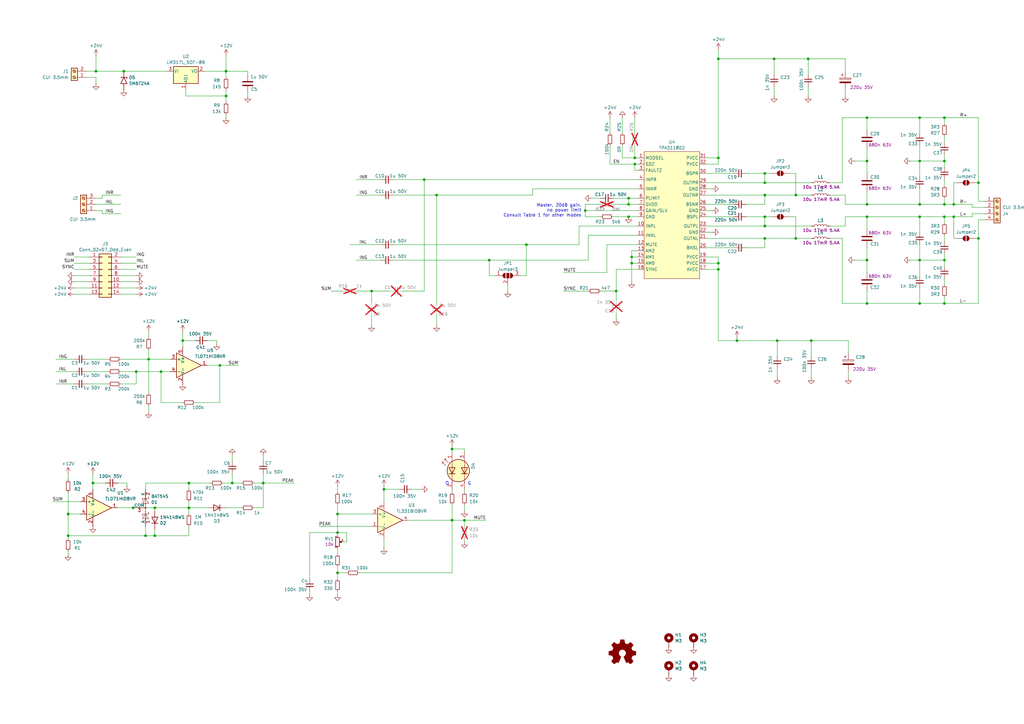
<source format=kicad_sch>
(kicad_sch (version 20231120) (generator "eeschema") (generator_version "8.0")
  (paper "A3")
  (title_block (date "2025-03-08") (company "mctom"))
  (junction (at 401.32 74.93))
  (junction (at 259.08 105.41))
  (junction (at 331.47 24.13))
  (junction (at 77.47 208.28))
  (junction (at 313.69 92.71))
  (junction (at 377.19 88.9))
  (junction (at 259.08 107.95))
  (junction (at 157.48 200.66))
  (junction (at 377.19 106.68))
  (junction (at 240.03 86.36))
  (junction (at 318.77 139.7))
  (junction (at 326.39 97.79))
  (junction (at 387.35 106.68))
  (junction (at 313.69 97.79))
  (junction (at 63.5 219.71))
  (junction (at 27.94 210.82))
  (junction (at 185.42 213.36))
  (junction (at 54.61 208.28))
  (junction (at 257.81 81.28))
  (junction (at 391.16 88.9))
  (junction (at 355.6 83.82))
  (junction (at 387.35 83.82))
  (junction (at 387.35 66.04))
  (junction (at 179.07 80.01))
  (junction (at 294.64 64.77))
  (junction (at 377.19 124.46))
  (junction (at 173.99 73.66))
  (junction (at 326.39 80.01))
  (junction (at 39.37 29.21))
  (junction (at 60.96 147.32))
  (junction (at 92.71 29.21))
  (junction (at 95.25 198.12))
  (junction (at 355.6 124.46))
  (junction (at 294.64 24.13))
  (junction (at 138.43 210.82))
  (junction (at 332.74 139.7))
  (junction (at 66.04 152.4))
  (junction (at 90.17 149.86))
  (junction (at 260.35 64.77))
  (junction (at 387.35 88.9))
  (junction (at 355.6 88.9))
  (junction (at 313.69 71.12))
  (junction (at 185.42 184.15))
  (junction (at 377.19 83.82))
  (junction (at 377.19 66.04))
  (junction (at 257.81 83.82))
  (junction (at 59.69 219.71))
  (junction (at 55.88 152.4))
  (junction (at 200.66 106.68))
  (junction (at 257.81 88.9))
  (junction (at 50.8 29.21))
  (junction (at 387.35 48.26))
  (junction (at 391.16 83.82))
  (junction (at 215.9 100.33))
  (junction (at 317.5 24.13))
  (junction (at 260.35 67.31))
  (junction (at 387.35 124.46))
  (junction (at 294.64 110.49))
  (junction (at 313.69 74.93))
  (junction (at 355.6 106.68))
  (junction (at 138.43 218.44))
  (junction (at 355.6 66.04))
  (junction (at 355.6 48.26))
  (junction (at 27.94 219.71))
  (junction (at 107.95 198.12))
  (junction (at 252.73 119.38))
  (junction (at 302.26 139.7))
  (junction (at 63.5 208.28))
  (junction (at 294.64 107.95))
  (junction (at 190.5 213.36))
  (junction (at 401.32 97.79))
  (junction (at 152.4 119.38))
  (junction (at 138.43 234.95))
  (junction (at 74.93 139.7))
  (junction (at 77.47 198.12))
  (junction (at 377.19 48.26))
  (junction (at 38.1 198.12))
  (junction (at 92.71 39.37))
  (junction (at 313.69 80.01))
  (junction (at 313.69 88.9))
  (wire (pts (xy 27.94 210.82) (xy 27.94 201.93)))
  (wire (pts (xy 68.58 29.21) (xy 50.8 29.21)))
  (wire (pts (xy 41.91 86.36) (xy 41.91 87.63)))
  (wire (pts (xy 63.5 219.71) (xy 63.5 217.17)))
  (wire (pts (xy 179.07 80.01) (xy 179.07 124.46)))
  (wire (pts (xy 208.28 116.84) (xy 208.28 119.38)))
  (wire (pts (xy 355.6 83.82) (xy 377.19 83.82)))
  (wire (pts (xy 313.69 88.9) (xy 316.23 88.9)))
  (wire (pts (xy 400.05 74.93) (xy 401.32 74.93)))
  (wire (pts (xy 346.71 36.83) (xy 346.71 39.37)))
  (wire (pts (xy 355.6 101.6) (xy 355.6 106.68)))
  (wire (pts (xy 391.16 74.93) (xy 391.16 83.82)))
  (wire (pts (xy 373.38 66.04) (xy 377.19 66.04)))
  (wire (pts (xy 30.48 118.11) (xy 36.83 118.11)))
  (wire (pts (xy 36.83 113.03) (xy 30.48 113.03)))
  (wire (pts (xy 346.71 88.9) (xy 355.6 88.9)))
  (wire (pts (xy 38.1 200.66) (xy 38.1 198.12)))
  (wire (pts (xy 355.6 60.96) (xy 355.6 66.04)))
  (wire (pts (xy 317.5 24.13) (xy 317.5 30.48)))
  (wire (pts (xy 318.77 139.7) (xy 318.77 146.05)))
  (wire (pts (xy 190.5 220.98) (xy 190.5 222.25)))
  (wire (pts (xy 161.29 100.33) (xy 215.9 100.33)))
  (wire (pts (xy 138.43 210.82) (xy 152.4 210.82)))
  (wire (pts (xy 152.4 215.9) (xy 130.81 215.9)))
  (wire (pts (xy 140.97 222.25) (xy 142.24 222.25)))
  (wire (pts (xy 251.46 83.82) (xy 257.81 83.82)))
  (wire (pts (xy 74.93 142.24) (xy 74.93 139.7)))
  (wire (pts (xy 63.5 219.71) (xy 77.47 219.71)))
  (wire (pts (xy 252.73 128.27) (xy 252.73 130.81)))
  (wire (pts (xy 63.5 209.55) (xy 63.5 208.28)))
  (wire (pts (xy 240.03 88.9) (xy 240.03 86.36)))
  (wire (pts (xy 242.57 81.28) (xy 246.38 81.28)))
  (wire (pts (xy 27.94 210.82) (xy 33.02 210.82)))
  (wire (pts (xy 215.9 100.33) (xy 215.9 113.03)))
  (wire (pts (xy 355.6 48.26) (xy 355.6 53.34)))
  (wire (pts (xy 92.71 39.37) (xy 92.71 41.91)))
  (wire (pts (xy 257.81 83.82) (xy 261.62 83.82)))
  (wire (pts (xy 289.56 80.01) (xy 313.69 80.01)))
  (wire (pts (xy 331.47 24.13) (xy 346.71 24.13)))
  (wire (pts (xy 255.27 59.69) (xy 255.27 64.77)))
  (wire (pts (xy 294.64 110.49) (xy 294.64 139.7)))
  (wire (pts (xy 200.66 106.68) (xy 241.3 106.68)))
  (wire (pts (xy 104.14 208.28) (xy 107.95 208.28)))
  (wire (pts (xy 80.01 165.1) (xy 90.17 165.1)))
  (wire (pts (xy 289.56 86.36) (xy 292.1 86.36)))
  (wire (pts (xy 55.88 118.11) (xy 49.53 118.11)))
  (wire (pts (xy 331.47 24.13) (xy 331.47 30.48)))
  (wire (pts (xy 289.56 88.9) (xy 300.99 88.9)))
  (wire (pts (xy 76.2 39.37) (xy 92.71 39.37)))
  (wire (pts (xy 190.5 200.66) (xy 190.5 201.93)))
  (wire (pts (xy 392.43 97.79) (xy 391.16 97.79)))
  (wire (pts (xy 387.35 104.14) (xy 387.35 106.68)))
  (wire (pts (xy 387.35 121.92) (xy 387.35 124.46)))
  (wire (pts (xy 373.38 106.68) (xy 377.19 106.68)))
  (wire (pts (xy 255.27 48.26) (xy 255.27 54.61)))
  (wire (pts (xy 55.88 120.65) (xy 49.53 120.65)))
  (wire (pts (xy 80.01 139.7) (xy 74.93 139.7)))
  (wire (pts (xy 345.44 97.79) (xy 345.44 124.46)))
  (wire (pts (xy 138.43 224.79) (xy 138.43 227.33)))
  (wire (pts (xy 289.56 64.77) (xy 294.64 64.77)))
  (wire (pts (xy 107.95 189.23) (xy 107.95 186.69)))
  (wire (pts (xy 294.64 139.7) (xy 302.26 139.7)))
  (wire (pts (xy 30.48 107.95) (xy 36.83 107.95)))
  (wire (pts (xy 313.69 74.93) (xy 313.69 71.12)))
  (wire (pts (xy 347.98 152.4) (xy 347.98 154.94)))
  (wire (pts (xy 39.37 86.36) (xy 41.91 86.36)))
  (wire (pts (xy 260.35 64.77) (xy 261.62 64.77)))
  (wire (pts (xy 168.91 200.66) (xy 172.72 200.66)))
  (wire (pts (xy 74.93 139.7) (xy 74.93 135.89)))
  (wire (pts (xy 152.4 124.46) (xy 152.4 119.38)))
  (wire (pts (xy 403.86 82.55) (xy 401.32 82.55)))
  (wire (pts (xy 60.96 161.29) (xy 60.96 147.32)))
  (wire (pts (xy 377.19 88.9) (xy 377.19 95.25)))
  (wire (pts (xy 49.53 157.48) (xy 55.88 157.48)))
  (wire (pts (xy 289.56 67.31) (xy 294.64 67.31)))
  (wire (pts (xy 60.96 168.91) (xy 60.96 166.37)))
  (wire (pts (xy 49.53 147.32) (xy 60.96 147.32)))
  (wire (pts (xy 401.32 82.55) (xy 401.32 74.93)))
  (wire (pts (xy 313.69 74.93) (xy 332.74 74.93)))
  (wire (pts (xy 190.5 207.01) (xy 190.5 209.55)))
  (wire (pts (xy 152.4 119.38) (xy 160.02 119.38)))
  (wire (pts (xy 218.44 80.01) (xy 218.44 77.47)))
  (wire (pts (xy 237.49 92.71) (xy 261.62 92.71)))
  (wire (pts (xy 250.19 48.26) (xy 250.19 54.61)))
  (wire (pts (xy 95.25 198.12) (xy 99.06 198.12)))
  (wire (pts (xy 138.43 234.95) (xy 138.43 237.49)))
  (wire (pts (xy 179.07 129.54) (xy 179.07 133.35)))
  (wire (pts (xy 260.35 67.31) (xy 261.62 67.31)))
  (wire (pts (xy 35.56 29.21) (xy 39.37 29.21)))
  (wire (pts (xy 294.64 24.13) (xy 317.5 24.13)))
  (wire (pts (xy 355.6 83.82) (xy 355.6 78.74)))
  (wire (pts (xy 313.69 92.71) (xy 313.69 88.9)))
  (wire (pts (xy 146.05 106.68) (xy 156.21 106.68)))
  (wire (pts (xy 251.46 88.9) (xy 257.81 88.9)))
  (wire (pts (xy 350.52 106.68) (xy 355.6 106.68)))
  (wire (pts (xy 294.64 67.31) (xy 294.64 64.77)))
  (wire (pts (xy 179.07 80.01) (xy 218.44 80.01)))
  (wire (pts (xy 355.6 88.9) (xy 355.6 93.98)))
  (wire (pts (xy 294.64 64.77) (xy 294.64 24.13)))
  (wire (pts (xy 326.39 71.12) (xy 326.39 80.01)))
  (wire (pts (xy 355.6 124.46) (xy 377.19 124.46)))
  (wire (pts (xy 138.43 232.41) (xy 138.43 234.95)))
  (wire (pts (xy 77.47 210.82) (xy 77.47 208.28)))
  (wire (pts (xy 345.44 74.93) (xy 345.44 48.26)))
  (wire (pts (xy 101.6 38.1) (xy 101.6 39.37)))
  (wire (pts (xy 289.56 83.82) (xy 300.99 83.82)))
  (wire (pts (xy 332.74 139.7) (xy 347.98 139.7)))
  (wire (pts (xy 240.03 83.82) (xy 246.38 83.82)))
  (wire (pts (xy 387.35 48.26) (xy 401.32 48.26)))
  (wire (pts (xy 60.96 147.32) (xy 69.85 147.32)))
  (wire (pts (xy 59.69 198.12) (xy 77.47 198.12)))
  (wire (pts (xy 27.94 196.85) (xy 27.94 194.31)))
  (wire (pts (xy 138.43 242.57) (xy 138.43 243.84)))
  (wire (pts (xy 92.71 46.99) (xy 92.71 48.26)))
  (wire (pts (xy 107.95 198.12) (xy 120.65 198.12)))
  (wire (pts (xy 403.86 90.17) (xy 401.32 90.17)))
  (wire (pts (xy 142.24 222.25) (xy 142.24 218.44)))
  (wire (pts (xy 261.62 81.28) (xy 257.81 81.28)))
  (wire (pts (xy 387.35 124.46) (xy 401.32 124.46)))
  (wire (pts (xy 76.2 36.83) (xy 76.2 39.37)))
  (wire (pts (xy 92.71 22.86) (xy 92.71 29.21)))
  (wire (pts (xy 289.56 105.41) (xy 294.64 105.41)))
  (wire (pts (xy 326.39 88.9) (xy 326.39 97.79)))
  (wire (pts (xy 173.99 119.38) (xy 173.99 73.66)))
  (wire (pts (xy 331.47 35.56) (xy 331.47 39.37)))
  (wire (pts (xy 377.19 106.68) (xy 377.19 100.33)))
  (wire (pts (xy 66.04 165.1) (xy 74.93 165.1)))
  (wire (pts (xy 317.5 35.56) (xy 317.5 39.37)))
  (wire (pts (xy 313.69 80.01) (xy 326.39 80.01)))
  (wire (pts (xy 332.74 151.13) (xy 332.74 154.94)))
  (wire (pts (xy 50.8 29.21) (xy 39.37 29.21)))
  (wire (pts (xy 289.56 95.25) (xy 292.1 95.25)))
  (wire (pts (xy 190.5 184.15) (xy 185.42 184.15)))
  (wire (pts (xy 59.69 200.66) (xy 59.69 198.12)))
  (wire (pts (xy 35.56 147.32) (xy 44.45 147.32)))
  (wire (pts (xy 387.35 91.44) (xy 387.35 88.9)))
  (wire (pts (xy 345.44 124.46) (xy 355.6 124.46)))
  (wire (pts (xy 289.56 107.95) (xy 294.64 107.95)))
  (wire (pts (xy 355.6 111.76) (xy 355.6 106.68)))
  (wire (pts (xy 340.36 74.93) (xy 345.44 74.93)))
  (wire (pts (xy 391.16 83.82) (xy 398.78 83.82)))
  (wire (pts (xy 41.91 81.28) (xy 41.91 80.01)))
  (wire (pts (xy 147.32 234.95) (xy 185.42 234.95)))
  (wire (pts (xy 294.64 105.41) (xy 294.64 107.95)))
  (wire (pts (xy 392.43 74.93) (xy 391.16 74.93)))
  (wire (pts (xy 157.48 200.66) (xy 157.48 205.74)))
  (wire (pts (xy 185.42 207.01) (xy 185.42 213.36)))
  (wire (pts (xy 260.35 48.26) (xy 260.35 54.61)))
  (wire (pts (xy 39.37 22.86) (xy 39.37 29.21)))
  (wire (pts (xy 77.47 200.66) (xy 77.47 198.12)))
  (wire (pts (xy 36.83 110.49) (xy 30.48 110.49)))
  (wire (pts (xy 387.35 83.82) (xy 391.16 83.82)))
  (wire (pts (xy 95.25 198.12) (xy 95.25 194.31)))
  (wire (pts (xy 59.69 215.9) (xy 59.69 219.71)))
  (wire (pts (xy 152.4 129.54) (xy 152.4 133.35)))
  (wire (pts (xy 152.4 119.38) (xy 146.05 119.38)))
  (wire (pts (xy 289.56 110.49) (xy 294.64 110.49)))
  (wire (pts (xy 306.07 83.82) (xy 313.69 83.82)))
  (wire (pts (xy 294.64 20.32) (xy 294.64 24.13)))
  (wire (pts (xy 318.77 139.7) (xy 332.74 139.7)))
  (wire (pts (xy 185.42 234.95) (xy 185.42 213.36)))
  (wire (pts (xy 302.26 139.7) (xy 318.77 139.7)))
  (wire (pts (xy 306.07 71.12) (xy 313.69 71.12)))
  (wire (pts (xy 173.99 73.66) (xy 261.62 73.66)))
  (wire (pts (xy 261.62 100.33) (xy 248.92 100.33)))
  (wire (pts (xy 237.49 100.33) (xy 237.49 92.71)))
  (wire (pts (xy 85.09 149.86) (xy 90.17 149.86)))
  (wire (pts (xy 55.88 107.95) (xy 49.53 107.95)))
  (wire (pts (xy 387.35 73.66) (xy 387.35 76.2)))
  (wire (pts (xy 387.35 106.68) (xy 377.19 106.68)))
  (wire (pts (xy 355.6 48.26) (xy 377.19 48.26)))
  (wire (pts (xy 22.86 147.32) (xy 30.48 147.32)))
  (wire (pts (xy 41.91 80.01) (xy 49.53 80.01)))
  (wire (pts (xy 95.25 189.23) (xy 95.25 186.69)))
  (wire (pts (xy 398.78 85.09) (xy 398.78 83.82)))
  (wire (pts (xy 259.08 102.87) (xy 259.08 105.41)))
  (wire (pts (xy 401.32 90.17) (xy 401.32 97.79)))
  (wire (pts (xy 90.17 149.86) (xy 97.79 149.86)))
  (wire (pts (xy 138.43 210.82) (xy 138.43 218.44)))
  (wire (pts (xy 63.5 208.28) (xy 77.47 208.28)))
  (wire (pts (xy 340.36 97.79) (xy 345.44 97.79)))
  (wire (pts (xy 60.96 138.43) (xy 60.96 135.89)))
  (wire (pts (xy 346.71 92.71) (xy 346.71 88.9)))
  (wire (pts (xy 41.91 87.63) (xy 49.53 87.63)))
  (wire (pts (xy 190.5 213.36) (xy 190.5 215.9)))
  (wire (pts (xy 185.42 182.88) (xy 185.42 184.15)))
  (wire (pts (xy 55.88 105.41) (xy 49.53 105.41)))
  (wire (pts (xy 326.39 97.79) (xy 332.74 97.79)))
  (wire (pts (xy 88.9 140.97) (xy 88.9 139.7)))
  (wire (pts (xy 377.19 124.46) (xy 377.19 118.11)))
  (wire (pts (xy 127 218.44) (xy 127 237.49)))
  (wire (pts (xy 317.5 24.13) (xy 331.47 24.13)))
  (wire (pts (xy 248.92 100.33) (xy 248.92 111.76)))
  (wire (pts (xy 54.61 208.28) (xy 63.5 208.28)))
  (wire (pts (xy 92.71 208.28) (xy 99.06 208.28)))
  (wire (pts (xy 387.35 66.04) (xy 377.19 66.04)))
  (wire (pts (xy 83.82 29.21) (xy 92.71 29.21)))
  (wire (pts (xy 289.56 92.71) (xy 313.69 92.71)))
  (wire (pts (xy 387.35 99.06) (xy 387.35 96.52)))
  (wire (pts (xy 377.19 48.26) (xy 387.35 48.26)))
  (wire (pts (xy 313.69 71.12) (xy 316.23 71.12)))
  (wire (pts (xy 257.81 81.28) (xy 257.81 83.82)))
  (wire (pts (xy 398.78 87.63) (xy 398.78 88.9)))
  (wire (pts (xy 377.19 106.68) (xy 377.19 113.03)))
  (wire (pts (xy 49.53 152.4) (xy 55.88 152.4)))
  (wire (pts (xy 260.35 59.69) (xy 260.35 64.77)))
  (wire (pts (xy 55.88 152.4) (xy 66.04 152.4)))
  (wire (pts (xy 27.94 210.82) (xy 27.94 219.71)))
  (wire (pts (xy 157.48 199.39) (xy 157.48 200.66)))
  (wire (pts (xy 21.59 205.74) (xy 33.02 205.74)))
  (wire (pts (xy 289.56 77.47) (xy 292.1 77.47)))
  (wire (pts (xy 30.48 105.41) (xy 36.83 105.41)))
  (wire (pts (xy 27.94 220.98) (xy 27.94 219.71)))
  (wire (pts (xy 38.1 198.12) (xy 38.1 194.31)))
  (wire (pts (xy 377.19 88.9) (xy 387.35 88.9)))
  (wire (pts (xy 90.17 165.1) (xy 90.17 149.86)))
  (wire (pts (xy 323.85 88.9) (xy 326.39 88.9)))
  (wire (pts (xy 49.53 113.03) (xy 55.88 113.03)))
  (wire (pts (xy 259.08 115.57) (xy 259.08 107.95)))
  (wire (pts (xy 403.86 87.63) (xy 398.78 87.63)))
  (wire (pts (xy 259.08 105.41) (xy 259.08 107.95)))
  (wire (pts (xy 261.62 105.41) (xy 259.08 105.41)))
  (wire (pts (xy 355.6 88.9) (xy 377.19 88.9)))
  (wire (pts (xy 313.69 80.01) (xy 313.69 83.82)))
  (wire (pts (xy 59.69 219.71) (xy 63.5 219.71)))
  (wire (pts (xy 39.37 31.75) (xy 39.37 34.29)))
  (wire (pts (xy 190.5 213.36) (xy 199.39 213.36)))
  (wire (pts (xy 49.53 115.57) (xy 55.88 115.57)))
  (wire (pts (xy 77.47 198.12) (xy 86.36 198.12)))
  (wire (pts (xy 377.19 48.26) (xy 377.19 54.61)))
  (wire (pts (xy 261.62 69.85) (xy 260.35 69.85)))
  (wire (pts (xy 403.86 85.09) (xy 398.78 85.09)))
  (wire (pts (xy 306.07 101.6) (xy 313.69 101.6)))
  (wire (pts (xy 157.48 200.66) (xy 163.83 200.66)))
  (wire (pts (xy 92.71 29.21) (xy 92.71 31.75)))
  (wire (pts (xy 161.29 106.68) (xy 200.66 106.68)))
  (wire (pts (xy 401.32 74.93) (xy 401.32 48.26)))
  (wire (pts (xy 213.36 113.03) (xy 215.9 113.03)))
  (wire (pts (xy 92.71 36.83) (xy 92.71 39.37)))
  (wire (pts (xy 66.04 152.4) (xy 69.85 152.4)))
  (wire (pts (xy 77.47 208.28) (xy 77.47 205.74)))
  (wire (pts (xy 92.71 29.21) (xy 101.6 29.21)))
  (wire (pts (xy 400.05 97.79) (xy 401.32 97.79)))
  (wire (pts (xy 387.35 88.9) (xy 391.16 88.9)))
  (wire (pts (xy 257.81 88.9) (xy 261.62 88.9)))
  (wire (pts (xy 377.19 124.46) (xy 387.35 124.46)))
  (wire (pts (xy 146.05 80.01) (xy 156.21 80.01)))
  (wire (pts (xy 387.35 114.3) (xy 387.35 116.84)))
  (wire (pts (xy 252.73 119.38) (xy 252.73 123.19)))
  (wire (pts (xy 66.04 152.4) (xy 66.04 165.1)))
  (wire (pts (xy 313.69 97.79) (xy 313.69 101.6)))
  (wire (pts (xy 55.88 157.48) (xy 55.88 152.4)))
  (wire (pts (xy 52.07 199.39) (xy 52.07 198.12)))
  (wire (pts (xy 43.18 198.12) (xy 38.1 198.12)))
  (wire (pts (xy 143.51 100.33) (xy 156.21 100.33)))
  (wire (pts (xy 48.26 208.28) (xy 54.61 208.28)))
  (wire (pts (xy 246.38 88.9) (xy 240.03 88.9)))
  (wire (pts (xy 185.42 213.36) (xy 190.5 213.36)))
  (wire (pts (xy 203.2 113.03) (xy 200.66 113.03)))
  (wire (pts (xy 252.73 110.49) (xy 261.62 110.49)))
  (wire (pts (xy 401.32 97.79) (xy 401.32 124.46)))
  (wire (pts (xy 346.71 83.82) (xy 355.6 83.82)))
  (wire (pts (xy 107.95 208.28) (xy 107.95 198.12)))
  (wire (pts (xy 35.56 31.75) (xy 39.37 31.75)))
  (wire (pts (xy 161.29 73.66) (xy 173.99 73.66)))
  (wire (pts (xy 240.03 86.36) (xy 261.62 86.36)))
  (wire (pts (xy 246.38 119.38) (xy 252.73 119.38)))
  (wire (pts (xy 391.16 88.9) (xy 391.16 97.79)))
  (wire (pts (xy 302.26 138.43) (xy 302.26 139.7)))
  (wire (pts (xy 345.44 48.26) (xy 355.6 48.26)))
  (wire (pts (xy 30.48 120.65) (xy 36.83 120.65)))
  (wire (pts (xy 60.96 147.32) (xy 60.96 143.51)))
  (wire (pts (xy 318.77 151.13) (xy 318.77 154.94)))
  (wire (pts (xy 252.73 119.38) (xy 252.73 110.49)))
  (wire (pts (xy 377.19 83.82) (xy 387.35 83.82)))
  (wire (pts (xy 347.98 139.7) (xy 347.98 144.78)))
  (wire (pts (xy 157.48 220.98) (xy 157.48 224.79)))
  (wire (pts (xy 138.43 207.01) (xy 138.43 210.82)))
  (wire (pts (xy 48.26 198.12) (xy 52.07 198.12)))
  (wire (pts (xy 387.35 81.28) (xy 387.35 83.82)))
  (wire (pts (xy 190.5 185.42) (xy 190.5 184.15)))
  (wire (pts (xy 36.83 115.57) (xy 30.48 115.57)))
  (wire (pts (xy 377.19 66.04) (xy 377.19 59.69)))
  (wire (pts (xy 251.46 81.28) (xy 257.81 81.28)))
  (wire (pts (xy 39.37 81.28) (xy 41.91 81.28)))
  (wire (pts (xy 350.52 66.04) (xy 355.6 66.04)))
  (wire (pts (xy 85.09 139.7) (xy 88.9 139.7)))
  (wire (pts (xy 55.88 110.49) (xy 49.53 110.49)))
  (wire (pts (xy 260.35 64.77) (xy 255.27 64.77)))
  (wire (pts (xy 138.43 218.44) (xy 138.43 219.71)))
  (wire (pts (xy 185.42 184.15) (xy 185.42 185.42)))
  (wire (pts (xy 260.35 69.85) (xy 260.35 67.31)))
  (wire (pts (xy 346.71 80.01) (xy 346.71 83.82)))
  (wire (pts (xy 387.35 68.58) (xy 387.35 66.04)))
  (wire (pts (xy 165.1 119.38) (xy 173.99 119.38)))
  (wire (pts (xy 340.36 80.01) (xy 346.71 80.01)))
  (wire (pts (xy 167.64 213.36) (xy 185.42 213.36)))
  (wire (pts (xy 387.35 58.42) (xy 387.35 55.88)))
  (wire (pts (xy 107.95 198.12) (xy 107.95 194.31)))
  (wire (pts (xy 250.19 67.31) (xy 260.35 67.31)))
  (wire (pts (xy 289.56 101.6) (xy 300.99 101.6)))
  (wire (pts (xy 387.35 109.22) (xy 387.35 106.68)))
  (wire (pts (xy 231.14 119.38) (xy 241.3 119.38)))
  (wire (pts (xy 259.08 107.95) (xy 261.62 107.95)))
  (wire (pts (xy 289.56 71.12) (xy 300.99 71.12)))
  (wire (pts (xy 77.47 215.9) (xy 77.47 219.71)))
  (wire (pts (xy 138.43 234.95) (xy 142.24 234.95)))
  (wire (pts (xy 306.07 88.9) (xy 313.69 88.9)))
  (wire (pts (xy 138.43 199.39) (xy 138.43 201.93)))
  (wire (pts (xy 135.89 119.38) (xy 140.97 119.38)))
  (wire (pts (xy 22.86 157.48) (xy 30.48 157.48)))
  (wire (pts (xy 146.05 73.66) (xy 156.21 73.66)))
  (wire (pts (xy 161.29 80.01) (xy 179.07 80.01)))
  (wire (pts (xy 289.56 74.93) (xy 313.69 74.93)))
  (wire (pts (xy 340.36 92.71) (xy 346.71 92.71)))
  (wire (pts (xy 377.19 66.04) (xy 377.19 72.39)))
  (wire (pts (xy 387.35 50.8) (xy 387.35 48.26)))
  (wire (pts (xy 387.35 63.5) (xy 387.35 66.04)))
  (wire (pts (xy 77.47 208.28) (xy 85.09 208.28)))
  (wire (pts (xy 200.66 113.03) (xy 200.66 106.68)))
  (wire (pts (xy 346.71 24.13) (xy 346.71 29.21)))
  (wire (pts (xy 326.39 80.01) (xy 332.74 80.01)))
  (wire (pts (xy 261.62 102.87) (xy 259.08 102.87)))
  (wire (pts (xy 323.85 71.12) (xy 326.39 71.12)))
  (wire (pts (xy 91.44 198.12) (xy 95.25 198.12)))
  (wire (pts (xy 250.19 67.31) (xy 250.19 59.69)))
  (wire (pts (xy 313.69 97.79) (xy 326.39 97.79)))
  (wire (pts (xy 27.94 219.71) (xy 59.69 219.71)))
  (wire (pts (xy 39.37 83.82) (xy 49.53 83.82)))
  (wire (pts (xy 391.16 88.9) (xy 398.78 88.9)))
  (wire (pts (xy 332.74 139.7) (xy 332.74 146.05)))
  (wire (pts (xy 35.56 157.48) (xy 44.45 157.48)))
  (wire (pts (xy 27.94 227.33) (xy 27.94 226.06)))
  (wire (pts (xy 127 218.44) (xy 138.43 218.44)))
  (wire (pts (xy 104.14 198.12) (xy 107.95 198.12)))
  (wire (pts (xy 22.86 152.4) (xy 30.48 152.4)))
  (wire (pts (xy 355.6 71.12) (xy 355.6 66.04)))
  (wire (pts (xy 313.69 92.71) (xy 332.74 92.71)))
  (wire (pts (xy 289.56 97.79) (xy 313.69 97.79)))
  (wire (pts (xy 240.03 86.36) (xy 240.03 83.82)))
  (wire (pts (xy 101.6 30.48) (xy 101.6 29.21)))
  (wire (pts (xy 241.3 96.52) (xy 241.3 106.68)))
  (wire (pts (xy 35.56 152.4) (xy 44.45 152.4)))
  (wire (pts (xy 261.62 96.52) (xy 241.3 96.52)))
  (wire (pts (xy 218.44 77.47) (xy 261.62 77.47)))
  (wire (pts (xy 294.64 107.95) (xy 294.64 110.49)))
  (wire (pts (xy 138.43 218.44) (xy 142.24 218.44)))
  (wire (pts (xy 185.42 200.66) (xy 185.42 201.93)))
  (wire (pts (xy 355.6 124.46) (xy 355.6 119.38)))
  (wire (pts (xy 127 242.57) (xy 127 243.84)))
  (wire (pts (xy 231.14 111.76) (xy 248.92 111.76)))
  (wire (pts (xy 215.9 100.33) (xy 237.49 100.33)))
  (wire (pts (xy 377.19 83.82) (xy 377.19 77.47)))
  (text "Master, 20dB gain,\nno power limit\nConsult Table 1 for other modes" (at 238.506 86.36 0) (effects (font (size 1.27 1.27)) (justify right)))
  (text "O" (at 183.388 198.374 0) (effects (font (size 1.27 1.27))))
  (text "G" (at 192.532 198.374 0) (effects (font (size 1.27 1.27))))
  (label "PEAK" (at 120.65 198.12 180))
  (label "INR" (at 43.18 80.01 0))
  (label "SUM" (at 21.59 205.74 0))
  (label "SUM" (at 135.89 119.38 180))
  (label "PEAK" (at 130.81 215.9 0))
  (label "ING" (at 147.32 106.68 0))
  (label "INR" (at 30.48 105.41 180))
  (label "MUTE" (at 231.14 111.76 0))
  (label "ING" (at 147.32 80.01 0))
  (label "SYNC" (at 30.48 110.49 180))
  (label "L-" (at 393.7 124.46 0))
  (label "R+" (at 393.7 48.26 0))
  (label "ING" (at 24.13 147.32 0))
  (label "ING" (at 55.88 105.41 0))
  (label "INL" (at 55.88 107.95 0))
  (label "R-" (at 393.7 83.82 0))
  (label "INR" (at 24.13 157.48 0))
  (label "MUTE" (at 55.88 110.49 0))
  (label "MUTE" (at 199.39 213.36 180))
  (label "ING" (at 43.18 87.63 0))
  (label "SYNC" (at 231.14 119.38 0))
  (label "SUM" (at 97.79 149.86 180))
  (label "INR" (at 147.32 73.66 0))
  (label "EN" (at 251.46 67.31 0))
  (label "L+" (at 393.7 88.9 0))
  (label "INL" (at 43.18 83.82 0))
  (label "INL" (at 147.32 100.33 0))
  (label "SUM" (at 30.48 107.95 180))
  (label "INL" (at 24.13 152.4 0))
  (symbol (lib_id "Device:R_Small") (at 190.5 204.47 0) (mirror x) (unit 1)
    (property "Reference" "R20" (at 194.31 203.2 0))
    (property "Value" "10k" (at 194.31 205.74 0))
    (property "Footprint" "Resistor_SMD:R_0603_1608Metric" (effects (hide yes)))
    (property "LCSC" "C25804" (effects (hide yes)))
  )
  (symbol (lib_id "Device:C_Small") (at 377.19 115.57 0) (mirror y) (unit 1)
    (property "Reference" "C36" (at 376.428 113.792 0) (effects (justify left)))
    (property "Value" "1n 35V" (at 376.174 117.348 0) (effects (justify left)))
    (property "Footprint" "Capacitor_SMD:C_0603_1608Metric" (effects (hide yes)))
    (property "LCSC" "C1588" (effects (hide yes)))
  )
  (symbol (lib_id "power:GND") (at 350.52 66.04 270) (mirror x) (unit 1)
    (property "Reference" "#PWR054" (effects (hide yes)))
    (property "Value" "GND" (effects (hide yes)))
  )
  (symbol (lib_id "Device:C_Small") (at 162.56 119.38 90) (unit 1) (in_bom no) (dnp yes)
    (property "Reference" "C14" (at 161.544 117.856 90) (effects (justify left)))
    (property "Value" "1u 50V" (at 163.576 117.856 90) (effects (justify right)))
    (property "Footprint" "Capacitor_SMD:C_0603_1608Metric" (effects (hide yes)))
    (property "LCSC" "C15849" (effects (hide yes)))
  )
  (symbol (lib_id "Device:R_Small") (at 77.47 203.2 0) (unit 1)
    (property "Reference" "R11" (at 81.28 204.47 0))
    (property "Value" "470k" (at 81.28 201.93 0))
    (property "Footprint" "Resistor_SMD:R_0603_1608Metric" (effects (hide yes)))
    (property "LCSC" "C23178" (effects (hide yes)))
  )
  (symbol (lib_name "+12V_1") (lib_id "power:+12V") (at 138.43 199.39 0) (unit 1)
    (property "Reference" "#PWR024" (effects (hide yes)))
    (property "Value" "+12V" (at 138.43 195.2569 0))
    (property "Description" "Power symbol creates a global label with name \"+12V\"" (effects (hide yes)))
  )
  (symbol (lib_id "Device:R_Small") (at 255.27 57.15 0) (mirror y) (unit 1)
    (property "Reference" "R25" (at 254 52.07 90))
    (property "Value" "0R" (at 254 61.214 90))
    (property "Footprint" "Resistor_SMD:R_0603_1608Metric" (effects (hide yes)))
    (property "LCSC" "C21189" (effects (hide yes)))
  )
  (symbol (lib_id "Connector:Screw_Terminal_01x02") (at 30.48 31.75 180) (unit 1) (in_bom no)
    (property "Reference" "J1" (at 28.194 29.21 0) (effects (justify left)))
    (property "Value" "CUI 3.5mm" (at 28.194 31.75 0) (effects (justify left)))
    (property "Footprint" "libs:CUI_TBP03R1-350-02BE" (effects (hide yes)))
    (property "Datasheet" "https://www.mouser.pl/datasheet/2/670/tbp01r1_508-2306945.pdf" (effects (hide yes)))
    (property "LCSC" "C3581450" (effects (hide yes)))
  )
  (symbol (lib_id "power:GND") (at 52.07 199.39 0) (mirror y) (unit 1)
    (property "Reference" "#PWR064" (effects (hide yes)))
    (property "Value" "GND" (effects (hide yes)))
  )
  (symbol (lib_id "power:GND") (at 257.81 88.9 0) (unit 1)
    (property "Reference" "#PWR038" (effects (hide yes)))
    (property "Value" "GND" (effects (hide yes)))
  )
  (symbol (lib_id "Device:C_Small") (at 33.02 152.4 90) (mirror x) (unit 1)
    (property "Reference" "C2" (at 32.004 153.924 90) (effects (justify left)))
    (property "Value" "1u 50V" (at 34.036 153.924 90) (effects (justify right)))
    (property "Footprint" "Capacitor_SMD:C_0603_1608Metric" (effects (hide yes)))
    (property "LCSC" "C15849" (effects (hide yes)))
  )
  (symbol (lib_id "Comparator:TL331") (at 160.02 213.36 0) (unit 1)
    (property "Reference" "U3" (at 168.7853 207.215 0))
    (property "Value" "TL331BIDBVR" (at 168.7853 209.6393 0))
    (property "Footprint" "Package_TO_SOT_SMD:SOT-23-5" (effects (hide yes)))
    (property "Datasheet" "http://www.ti.com/lit/ds/symlink/tl331.pdf" (effects (hide yes)))
    (property "Description" "Single Differential Comparator with Open-Collector Output, SOT-23-5" (effects (hide yes)))
    (property "LCSC" "C2877827" (effects (hide yes)))
  )
  (symbol (lib_id "Device:C") (at 355.6 97.79 0) (unit 1)
    (property "Reference" "C31" (at 356.87 100.076 0) (effects (justify left)))
    (property "Value" "B32529C684J" (effects (hide yes)))
    (property "Footprint" "Capacitor_THT:C_Rect_L7.2mm_W2.5mm_P5.00mm_FKS2_FKP2_MKS2_MKP2" (effects (hide yes)))
    (property "Datasheet" "https://www.tdk-electronics.tdk.com/inf/20/20/db/fc_2009/B32520_529.pdf" (effects (hide yes)))
    (property "Description" "680n 63V" (at 360.934 95.504 0))
  )
  (symbol (lib_id "Device:C_Small") (at 158.75 80.01 90) (unit 1)
    (property "Reference" "C11" (at 157.734 78.486 90) (effects (justify left)))
    (property "Value" "1u 50V" (at 159.766 78.486 90) (effects (justify right)))
    (property "Footprint" "Capacitor_SMD:C_0603_1608Metric" (effects (hide yes)))
    (property "LCSC" "C15849" (effects (hide yes)))
  )
  (symbol (lib_id "Device:R_Small") (at 190.5 218.44 0) (mirror x) (unit 1) (in_bom no) (dnp yes)
    (property "Reference" "R33" (at 194.31 217.17 0))
    (property "Value" "10k" (at 194.31 219.71 0))
    (property "Footprint" "Resistor_SMD:R_0603_1608Metric" (effects (hide yes)))
    (property "LCSC" "C25804" (effects (hide yes)))
  )
  (symbol (lib_id "Jumper:SolderJumper_2_Open") (at 396.24 74.93 180) (unit 1) (exclude_from_sim yes) (in_bom no)
    (property "Reference" "JP4" (at 396.24 69.8965 0))
    (property "Value" "Jumper2" (at 396.24 72.3208 0))
    (property "Footprint" "Jumper:SolderJumper-2_P1.3mm_Open_RoundedPad1.0x1.5mm" (effects (hide yes)))
    (property "Description" "Solder Jumper, 2-pole, open" (effects (hide yes)))
  )
  (symbol (lib_id "Diode:1N4148WS") (at 63.5 213.36 270) (mirror x) (unit 1)
    (property "Reference" "D2" (at 65.532 214.5722 90) (effects (justify left)))
    (property "Value" "1N4148WS" (at 65.532 212.1479 90) (effects (justify left)))
    (property "Footprint" "Diode_SMD:D_SOD-323" (effects (hide yes)))
    (property "Datasheet" "https://www.vishay.com/docs/85751/1n4148ws.pdf" (effects (hide yes)))
    (property "Description" "75V 0.15A Fast switching Diode, SOD-323" (effects (hide yes)))
    (property "Sim.Device" "D" (effects (hide yes)))
    (property "Sim.Pins" "1=K 2=A" (effects (hide yes)))
    (property "LCSC" "C2128" (effects (hide yes)))
  )
  (symbol (lib_id "power:+24V") (at 55.88 118.11 270) (unit 1)
    (property "Reference" "#PWR013" (effects (hide yes)))
    (property "Value" "+24V" (at 59.055 118.11 90) (effects (justify left)))
    (property "Description" "Power symbol creates a global label with name \"+24V\"" (effects (hide yes)))
  )
  (symbol (lib_id "Diode:SM6T24A") (at 50.8 33.02 270) (unit 1)
    (property "Reference" "D5" (at 52.832 31.8078 90) (effects (justify left)))
    (property "Value" "SM6T24A" (at 52.832 34.2321 90) (effects (justify left)))
    (property "Footprint" "Diode_SMD:D_SMB" (effects (hide yes)))
    (property "Datasheet" "https://www.st.com/resource/en/datasheet/sm6t.pdf" (effects (hide yes)))
    (property "Description" "600W unidirectional Transil Transient Voltage Suppressor, 24Vrwm, DO-214AA" (effects (hide yes)))
    (property "LCSC" "C3706522" (effects (hide yes)))
  )
  (symbol (lib_id "Device:R_Small") (at 46.99 147.32 90) (mirror x) (unit 1)
    (property "Reference" "R5" (at 44.196 149.352 90))
    (property "Value" "100k" (at 50.8 149.352 90))
    (property "Footprint" "Resistor_SMD:R_0603_1608Metric" (effects (hide yes)))
    (property "LCSC" "C25803" (effects (hide yes)))
  )
  (symbol (lib_name "+12V_1") (lib_id "power:+12V") (at 92.71 22.86 0) (unit 1)
    (property "Reference" "#PWR018" (effects (hide yes)))
    (property "Value" "+12V" (at 92.71 18.7269 0))
    (property "Description" "Power symbol creates a global label with name \"+12V\"" (effects (hide yes)))
  )
  (symbol (lib_id "Device:R_Small") (at 101.6 198.12 90) (mirror x) (unit 1)
    (property "Reference" "R15" (at 98.806 200.152 90))
    (property "Value" "100k" (at 105.41 200.152 90))
    (property "Footprint" "Resistor_SMD:R_0603_1608Metric" (effects (hide yes)))
    (property "LCSC" "C25803" (effects (hide yes)))
  )
  (symbol (lib_id "power:GND") (at 292.1 95.25 90) (unit 1)
    (property "Reference" "#PWR045" (effects (hide yes)))
    (property "Value" "GND" (effects (hide yes)))
  )
  (symbol (lib_id "Device:C_Small") (at 318.77 148.59 0) (unit 1)
    (property "Reference" "C24" (at 321.31 147.32 0) (effects (justify left)))
    (property "Value" "1n 35V" (at 315.976 152.908 90) (effects (justify left)))
    (property "Footprint" "Capacitor_SMD:C_0603_1608Metric" (effects (hide yes)))
    (property "LCSC" "C1588" (effects (hide yes)))
  )
  (symbol (lib_id "power:GND") (at 152.4 133.35 0) (unit 1)
    (property "Reference" "#PWR026" (effects (hide yes)))
    (property "Value" "GND" (effects (hide yes)))
  )
  (symbol (lib_id "Mechanical:MountingHole_Pad") (at 284.48 262.89 0) (unit 1) (exclude_from_sim yes) (in_bom no)
    (property "Reference" "H3" (at 287.02 260.4078 0) (effects (justify left)))
    (property "Value" "M3" (at 287.02 262.8321 0) (effects (justify left)))
    (property "Footprint" "MountingHole:MountingHole_3.2mm_M3_DIN965_Pad" (effects (hide yes)))
    (property "Description" "Mounting Hole with connection" (effects (hide yes)))
  )
  (symbol (lib_id "power:GND") (at 332.74 154.94 0) (unit 1)
    (property "Reference" "#PWR051" (effects (hide yes)))
    (property "Value" "GND" (effects (hide yes)))
  )
  (symbol (lib_id "power:GND") (at 242.57 81.28 270) (unit 1)
    (property "Reference" "#PWR034" (effects (hide yes)))
    (property "Value" "GND" (effects (hide yes)))
  )
  (symbol (lib_id "power:+24V") (at 30.48 118.11 90) (unit 1)
    (property "Reference" "#PWR05" (effects (hide yes)))
    (property "Value" "+24V" (at 27.305 118.11 90) (effects (justify left)))
    (property "Description" "Power symbol creates a global label with name \"+24V\"" (effects (hide yes)))
  )
  (symbol (lib_id "power:GND") (at 101.6 39.37 0) (unit 1)
    (property "Reference" "#PWR020" (effects (hide yes)))
    (property "Value" "GND" (effects (hide yes)))
  )
  (symbol (lib_id "Device:R_Small") (at 387.35 53.34 0) (mirror y) (unit 1)
    (property "Reference" "R27" (at 383.54 54.61 0))
    (property "Value" "3R3" (at 383.54 52.07 0))
    (property "Footprint" "Resistor_SMD:R_0603_1608Metric" (effects (hide yes)))
    (property "LCSC" "C22939" (effects (hide yes)))
  )
  (symbol (lib_id "power:GND") (at 284.48 265.43 0) (unit 1)
    (property "Reference" "#PWR042" (effects (hide yes)))
    (property "Value" "GND" (effects (hide yes)))
  )
  (symbol (lib_name "+12V_1") (lib_id "power:+12V") (at 38.1 194.31 0) (mirror y) (unit 1)
    (property "Reference" "#PWR062" (effects (hide yes)))
    (property "Value" "+12V" (at 38.1 190.1769 0))
    (property "Description" "Power symbol creates a global label with name \"+12V\"" (effects (hide yes)))
  )
  (symbol (lib_id "power:GND") (at 259.08 115.57 0) (mirror y) (unit 1)
    (property "Reference" "#PWR039" (effects (hide yes)))
    (property "Value" "GND" (effects (hide yes)))
  )
  (symbol (lib_id "Device:R_Small") (at 46.99 157.48 90) (mirror x) (unit 1)
    (property "Reference" "R3" (at 44.196 159.512 90))
    (property "Value" "200k" (at 50.8 159.512 90))
    (property "Footprint" "Resistor_SMD:R_0603_1608Metric" (effects (hide yes)))
    (property "LCSC" "C25811" (effects (hide yes)))
  )
  (symbol (lib_id "power:GND") (at 39.37 34.29 0) (unit 1)
    (property "Reference" "#PWR08" (effects (hide yes)))
    (property "Value" "GND" (effects (hide yes)))
  )
  (symbol (lib_id "power:GND") (at 373.38 66.04 270) (mirror x) (unit 1)
    (property "Reference" "#PWR056" (effects (hide yes)))
    (property "Value" "GND" (effects (hide yes)))
  )
  (symbol (lib_id "power:GND") (at 50.8 36.83 0) (unit 1)
    (property "Reference" "#PWR058" (effects (hide yes)))
    (property "Value" "GND" (effects (hide yes)))
  )
  (symbol (lib_name "+12V_1") (lib_id "power:+12V") (at 157.48 199.39 0) (unit 1)
    (property "Reference" "#PWR027" (effects (hide yes)))
    (property "Value" "+12V" (at 157.48 195.2569 0))
    (property "Description" "Power symbol creates a global label with name \"+12V\"" (effects (hide yes)))
  )
  (symbol (lib_id "Device:C") (at 355.6 74.93 0) (mirror x) (unit 1)
    (property "Reference" "C30" (at 356.87 72.644 0) (effects (justify left)))
    (property "Value" "B32529C684J" (effects (hide yes)))
    (property "Footprint" "Capacitor_THT:C_Rect_L7.2mm_W2.5mm_P5.00mm_FKS2_FKP2_MKS2_MKP2" (effects (hide yes)))
    (property "Description" "680n 63V" (at 360.934 77.216 0))
  )
  (symbol (lib_id "Regulator_Linear:LM317L_SOT-89") (at 76.2 29.21 0) (unit 1)
    (property "Reference" "U2" (at 76.2 23.1605 0))
    (property "Value" "LM317L_SOT-89" (at 76.2 25.5848 0))
    (property "Footprint" "Package_TO_SOT_SMD:SOT-89-3" (effects (hide yes)))
    (property "Datasheet" "http://www.ti.com/lit/ds/symlink/lm317l.pdf" (effects (hide yes)))
    (property "Description" "100mA 35V Adjustable Linear Regulator, SOT-89" (effects (hide yes)))
    (property "LCSC" "C112537" (effects (hide yes)))
  )
  (symbol (lib_id "Device:C_Small") (at 95.25 191.77 0) (mirror y) (unit 1)
    (property "Reference" "C6" (at 94.488 189.992 0) (effects (justify left)))
    (property "Value" "100n 35V" (at 94.234 193.548 0) (effects (justify left)))
    (property "Footprint" "Capacitor_SMD:C_0603_1608Metric" (effects (hide yes)))
    (property "LCSC" "C14663" (effects (hide yes)))
  )
  (symbol (lib_id "Device:C_Small") (at 248.92 81.28 90) (unit 1)
    (property "Reference" "C17" (at 247.904 79.756 90) (effects (justify left)))
    (property "Value" "1u 50V" (at 249.936 79.756 90) (effects (justify right)))
    (property "Footprint" "Capacitor_SMD:C_0603_1608Metric" (effects (hide yes)))
    (property "LCSC" "C15849" (effects (hide yes)))
  )
  (symbol (lib_id "power:GND") (at 208.28 119.38 0) (unit 1)
    (property "Reference" "#PWR033" (effects (hide yes)))
    (property "Value" "GND" (effects (hide yes)))
  )
  (symbol (lib_id "Device:C_Small") (at 377.19 57.15 180) (unit 1)
    (property "Reference" "C33" (at 376.428 58.928 0) (effects (justify left)))
    (property "Value" "1n 35V" (at 376.174 55.372 0) (effects (justify left)))
    (property "Footprint" "Capacitor_SMD:C_0603_1608Metric" (effects (hide yes)))
    (property "LCSC" "C1588" (effects (hide yes)))
  )
  (symbol (lib_name "+12V_1") (lib_id "power:+12V") (at 27.94 194.31 0) (mirror y) (unit 1)
    (property "Reference" "#PWR01" (effects (hide yes)))
    (property "Value" "+12V" (at 27.94 190.1769 0))
    (property "Description" "Power symbol creates a global label with name \"+12V\"" (effects (hide yes)))
  )
  (symbol (lib_id "Jumper:SolderJumper_2_Open") (at 320.04 71.12 180) (unit 1) (exclude_from_sim yes) (in_bom no)
    (property "Reference" "JP2" (at 320.04 66.0865 0))
    (property "Value" "Jumper2" (at 320.04 68.5108 0))
    (property "Footprint" "Jumper:SolderJumper-2_P1.3mm_Open_RoundedPad1.0x1.5mm" (effects (hide yes)))
    (property "Description" "Solder Jumper, 2-pole, open" (effects (hide yes)))
  )
  (symbol (lib_id "Device:L") (at 336.55 80.01 90) (unit 1)
    (property "Reference" "L2" (at 336.55 77.724 90))
    (property "Value" "RFS1113-103ME" (effects (hide yes)))
    (property "Footprint" "Inductor_THT:L_Radial_D10.5mm_P5.00mm_Abacron_AISR-01" (effects (hide yes)))
    (property "Description" "10u 17mR 5.4A" (at 336.804 81.788 90))
    (property "Alt" "DR0810-103L" (effects (hide yes)))
  )
  (symbol (lib_id "Device:L") (at 336.55 97.79 90) (unit 1)
    (property "Reference" "L4" (at 336.55 95.504 90))
    (property "Value" "RFS1113-103ME" (effects (hide yes)))
    (property "Footprint" "Inductor_THT:L_Radial_D10.5mm_P5.00mm_Abacron_AISR-01" (effects (hide yes)))
    (property "Description" "10u 17mR 5.4A" (at 336.804 99.568 90))
    (property "Alt" "DR0810-103L" (effects (hide yes)))
  )
  (symbol (lib_id "power:GND") (at 318.77 154.94 0) (unit 1)
    (property "Reference" "#PWR049" (effects (hide yes)))
    (property "Value" "GND" (effects (hide yes)))
  )
  (symbol (lib_id "Device:C_Polarized") (at 346.71 33.02 0) (unit 1)
    (property "Reference" "C27" (at 349.631 30.9188 0) (effects (justify left)))
    (property "Value" "EEUFR1V221" (effects (hide yes)))
    (property "Footprint" "Capacitor_THT:CP_Radial_D8.0mm_P3.50mm" (effects (hide yes)))
    (property "Datasheet" "https://www.lcsc.com/datasheet/lcsc_datasheet_2410121628_PANASONIC-EEUFR1V221_C264063.pdf" (effects (hide yes)))
    (property "Description" "220u 35V" (at 353.314 35.814 0))
  )
  (symbol (lib_id "Mechanical:MountingHole_Pad") (at 284.48 274.32 0) (unit 1) (exclude_from_sim yes) (in_bom no)
    (property "Reference" "H4" (at 287.02 271.8378 0) (effects (justify left)))
    (property "Value" "M3" (at 287.02 274.2621 0) (effects (justify left)))
    (property "Footprint" "MountingHole:MountingHole_3.2mm_M3_DIN965_Pad" (effects (hide yes)))
    (property "Description" "Mounting Hole with connection" (effects (hide yes)))
  )
  (symbol (lib_id "power:GND") (at 331.47 39.37 0) (unit 1)
    (property "Reference" "#PWR050" (effects (hide yes)))
    (property "Value" "GND" (effects (hide yes)))
  )
  (symbol (lib_id "Device:C_Small") (at 179.07 127 0) (mirror x) (unit 1) (in_bom no) (dnp yes)
    (property "Reference" "C16" (at 179.832 128.778 0) (effects (justify left)))
    (property "Value" "1u 50V" (at 180.086 125.222 0) (effects (justify left)))
    (property "Footprint" "Capacitor_SMD:C_0603_1608Metric" (effects (hide yes)))
    (property "LCSC" "C15849" (effects (hide yes)))
  )
  (symbol (lib_id "Device:C_Small") (at 33.02 147.32 90) (mirror x) (unit 1)
    (property "Reference" "C3" (at 32.004 148.844 90) (effects (justify left)))
    (property "Value" "1u 50V" (at 34.036 148.844 90) (effects (justify right)))
    (property "Footprint" "Capacitor_SMD:C_0603_1608Metric" (effects (hide yes)))
    (property "LCSC" "C15849" (effects (hide yes)))
  )
  (symbol (lib_id "power:GND") (at 347.98 154.94 0) (unit 1)
    (property "Reference" "#PWR053" (effects (hide yes)))
    (property "Value" "GND" (effects (hide yes)))
  )
  (symbol (lib_id "Diode:BAT54S") (at 59.69 208.28 270) (mirror x) (unit 1)
    (property "Reference" "D1" (at 61.976 205.994 90) (effects (justify left)))
    (property "Value" "BAT54S" (at 61.976 203.5697 90) (effects (justify left)))
    (property "Footprint" "Package_TO_SOT_SMD:SOT-23" (effects (hide yes)))
    (property "Datasheet" "https://www.diodes.com/assets/Datasheets/ds11005.pdf" (effects (hide yes)))
    (property "Description" "Vr 30V, If 200mA, Dual schottky barrier diode, in series, SOT-323" (effects (hide yes)))
    (property "LCSC" "C47546" (effects (hide yes)))
  )
  (symbol (lib_id "Device:C_Small") (at 331.47 33.02 0) (unit 1)
    (property "Reference" "C25" (at 334.01 31.75 0) (effects (justify left)))
    (property "Value" "100n 35V" (at 328.676 37.338 90) (effects (justify left)))
    (property "Footprint" "Capacitor_SMD:C_0603_1608Metric" (effects (hide yes)))
    (property "LCSC" "C14663" (effects (hide yes)))
  )
  (symbol (lib_id "Device:R_Small") (at 60.96 163.83 0) (mirror y) (unit 1)
    (property "Reference" "R6" (at 57.15 165.1 0))
    (property "Value" "200k" (at 57.15 162.56 0))
    (property "Footprint" "Resistor_SMD:R_0603_1608Metric" (effects (hide yes)))
    (property "LCSC" "C25811" (effects (hide yes)))
  )
  (symbol (lib_id "Device:C_Small") (at 45.72 198.12 90) (mirror x) (unit 1)
    (property "Reference" "C42" (at 47.498 200.914 90) (effects (justify left)))
    (property "Value" "100n 35V" (at 50.038 195.326 90) (effects (justify left)))
    (property "Footprint" "Capacitor_SMD:C_0603_1608Metric" (effects (hide yes)))
    (property "LCSC" "C14663" (effects (hide yes)))
  )
  (symbol (lib_id "power:GND") (at 292.1 86.36 90) (unit 1)
    (property "Reference" "#PWR044" (effects (hide yes)))
    (property "Value" "GND" (effects (hide yes)))
  )
  (symbol (lib_id "Device:C_Small") (at 158.75 73.66 90) (unit 1)
    (property "Reference" "C10" (at 157.734 72.136 90) (effects (justify left)))
    (property "Value" "1u 50V" (at 159.766 72.136 90) (effects (justify right)))
    (property "Footprint" "Capacitor_SMD:C_0603_1608Metric" (effects (hide yes)))
    (property "LCSC" "C15849" (effects (hide yes)))
  )
  (symbol (lib_id "Device:C_Small") (at 152.4 127 0) (mirror x) (unit 1) (in_bom no) (dnp yes)
    (property "Reference" "C9" (at 153.162 128.778 0) (effects (justify left)))
    (property "Value" "1u 50V" (at 153.416 125.222 0) (effects (justify left)))
    (property "Footprint" "Capacitor_SMD:C_0603_1608Metric" (effects (hide yes)))
    (property "LCSC" "C15849" (effects (hide yes)))
  )
  (symbol (lib_id "Device:R_Small") (at 92.71 34.29 180) (unit 1)
    (property "Reference" "R8" (at 88.9 33.02 0))
    (property "Value" "1k5" (at 88.9 35.56 0))
    (property "Footprint" "Resistor_SMD:R_0603_1608Metric" (effects (hide yes)))
    (property "LCSC" "C22843" (effects (hide yes)))
  )
  (symbol (lib_id "Device:C_Small") (at 377.19 74.93 0) (mirror y) (unit 1)
    (property "Reference" "C34" (at 376.428 73.152 0) (effects (justify left)))
    (property "Value" "1n 35V" (at 376.174 76.708 0) (effects (justify left)))
    (property "Footprint" "Capacitor_SMD:C_0603_1608Metric" (effects (hide yes)))
    (property "LCSC" "C1588" (effects (hide yes)))
  )
  (symbol (lib_id "Device:C_Small") (at 317.5 33.02 0) (unit 1)
    (property "Reference" "C23" (at 320.04 31.75 0) (effects (justify left)))
    (property "Value" "1n 35V" (at 314.706 37.338 90) (effects (justify left)))
    (property "Footprint" "Capacitor_SMD:C_0603_1608Metric" (effects (hide yes)))
    (property "LCSC" "C1588" (effects (hide yes)))
  )
  (symbol (lib_id "Device:L") (at 336.55 92.71 90) (unit 1)
    (property "Reference" "L3" (at 336.55 90.424 90))
    (property "Value" "RFS1113-103ME" (effects (hide yes)))
    (property "Footprint" "Inductor_THT:L_Radial_D10.5mm_P5.00mm_Abacron_AISR-01" (effects (hide yes)))
    (property "Description" "10u 17mR 5.4A" (at 336.804 94.488 90))
    (property "Alt" "DR0810-103L" (effects (hide yes)))
  )
  (symbol (lib_id "Device:C_Small") (at 82.55 139.7 90) (mirror x) (unit 1)
    (property "Reference" "C41" (at 84.328 142.494 90) (effects (justify left)))
    (property "Value" "100n 35V" (at 86.868 136.906 90) (effects (justify left)))
    (property "Footprint" "Capacitor_SMD:C_0603_1608Metric" (effects (hide yes)))
    (property "LCSC" "C14663" (effects (hide yes)))
  )
  (symbol (lib_id "Device:R_Small") (at 387.35 93.98 0) (mirror y) (unit 1)
    (property "Reference" "R29" (at 383.54 95.25 0))
    (property "Value" "3R3" (at 383.54 92.71 0))
    (property "Footprint" "Resistor_SMD:R_0603_1608Metric" (effects (hide yes)))
    (property "LCSC" "C22939" (effects (hide yes)))
  )
  (symbol (lib_id "Device:C_Small") (at 166.37 200.66 90) (unit 1)
    (property "Reference" "C15" (at 165.1 198.12 0) (effects (justify left)))
    (property "Value" "100n 35V" (at 170.688 203.454 90) (effects (justify left)))
    (property "Footprint" "Capacitor_SMD:C_0603_1608Metric" (effects (hide yes)))
    (property "LCSC" "C14663" (effects (hide yes)))
  )
  (symbol (lib_id "Device:LED_Dual_KAKA") (at 187.96 193.04 90) (unit 1)
    (property "Reference" "D4" (at 194.056 189.738 0) (effects (justify right)))
    (property "Value" "MHK2396YGBTD" (effects (hide yes)))
    (property "Footprint" "libs:LED-TH_MHK2396YGBTD" (effects (hide yes)))
    (property "Datasheet" "https://wmsc.lcsc.com/wmsc/upload/file/pdf/v2/lcsc/2106061735_MEIHUA-MHK2396YGBTD_C2764899.pdf" (effects (hide yes)))
    (property "LCSC" "C2764899" (effects (hide yes)))
  )
  (symbol (lib_id "power:+24V") (at 55.88 120.65 270) (unit 1)
    (property "Reference" "#PWR014" (effects (hide yes)))
    (property "Value" "+24V" (at 59.055 120.65 90) (effects (justify left)))
    (property "Description" "Power symbol creates a global label with name \"+24V\"" (effects (hide yes)))
  )
  (symbol (lib_id "Device:C_Small") (at 158.75 106.68 90) (unit 1)
    (property "Reference" "C13" (at 157.734 105.156 90) (effects (justify left)))
    (property "Value" "1u 50V" (at 159.766 105.156 90) (effects (justify right)))
    (property "Footprint" "Capacitor_SMD:C_0603_1608Metric" (effects (hide yes)))
    (property "LCSC" "C15849" (effects (hide yes)))
  )
  (symbol (lib_id "power:GND") (at 95.25 186.69 0) (mirror x) (unit 1)
    (property "Reference" "#PWR021" (effects (hide yes)))
    (property "Value" "GND" (effects (hide yes)))
  )
  (symbol (lib_id "Device:R_Small") (at 387.35 119.38 180) (unit 1)
    (property "Reference" "R30" (at 383.54 118.11 0))
    (property "Value" "3R3" (at 383.54 120.65 0))
    (property "Footprint" "Resistor_SMD:R_0603_1608Metric" (effects (hide yes)))
    (property "LCSC" "C22939" (effects (hide yes)))
  )
  (symbol (lib_id "Device:C_Small") (at 387.35 111.76 0) (mirror y) (unit 1)
    (property "Reference" "C40" (at 386.588 109.982 0) (effects (justify left)))
    (property "Value" "1n 35V" (at 386.334 113.538 0) (effects (justify left)))
    (property "Footprint" "Capacitor_SMD:C_0603_1608Metric" (effects (hide yes)))
    (property "LCSC" "C1588" (effects (hide yes)))
  )
  (symbol (lib_id "Device:L") (at 336.55 74.93 90) (unit 1)
    (property "Reference" "L1" (at 336.55 72.644 90))
    (property "Value" "RFS1113-103ME" (effects (hide yes)))
    (property "Footprint" "Inductor_THT:L_Radial_D10.5mm_P5.00mm_Abacron_AISR-01" (effects (hide yes)))
    (property "Description" "10u 17mR 5.4A" (at 336.804 76.708 90))
    (property "Alt" "DR0810-103L" (effects (hide yes)))
  )
  (symbol (lib_id "Jumper:SolderJumper_2_Open") (at 320.04 88.9 180) (unit 1) (exclude_from_sim yes) (in_bom no)
    (property "Reference" "JP3" (at 320.04 83.8665 0))
    (property "Value" "Jumper2" (at 320.04 86.2908 0))
    (property "Footprint" "Jumper:SolderJumper-2_P1.3mm_Open_RoundedPad1.0x1.5mm" (effects (hide yes)))
    (property "Description" "Solder Jumper, 2-pole, open" (effects (hide yes)))
  )
  (symbol (lib_name "+12V_1") (lib_id "power:+12V") (at 60.96 135.89 0) (mirror y) (unit 1)
    (property "Reference" "#PWR016" (effects (hide yes)))
    (property "Value" "+12V" (at 60.96 131.7569 0))
    (property "Description" "Power symbol creates a global label with name \"+12V\"" (effects (hide yes)))
  )
  (symbol (lib_id "Device:R_Small") (at 243.84 119.38 90) (unit 1)
    (property "Reference" "R21" (at 239.522 118.11 90))
    (property "Value" "4k7" (at 248.412 118.11 90))
    (property "Footprint" "Resistor_SMD:R_0603_1608Metric" (effects (hide yes)))
    (property "LCSC" "C23162" (effects (hide yes)))
  )
  (symbol (lib_id "Device:R_Small") (at 138.43 240.03 180) (unit 1)
    (property "Reference" "R32" (at 134.62 238.76 0))
    (property "Value" "330" (at 134.62 241.3 0))
    (property "Footprint" "Resistor_SMD:R_0603_1608Metric" (effects (hide yes)))
    (property "LCSC" "C23138" (effects (hide yes)))
  )
  (symbol (lib_id "Device:R_Small") (at 143.51 119.38 90) (unit 1) (in_bom no) (dnp yes)
    (property "Reference" "R16" (at 140.716 117.348 90))
    (property "Value" "1k" (at 147.32 117.348 90))
    (property "Footprint" "Resistor_SMD:R_0603_1608Metric" (effects (hide yes)))
    (property "LCSC" "C21190" (effects (hide yes)))
  )
  (symbol (lib_id "Device:R_Small") (at 60.96 140.97 0) (mirror y) (unit 1)
    (property "Reference" "R7" (at 57.15 142.24 0))
    (property "Value" "200k" (at 57.15 139.7 0))
    (property "Footprint" "Resistor_SMD:R_0603_1608Metric" (effects (hide yes)))
    (property "LCSC" "C25811" (effects (hide yes)))
  )
  (symbol (lib_id "Mechanical:MountingHole_Pad") (at 274.32 274.32 0) (unit 1) (exclude_from_sim yes) (in_bom no)
    (property "Reference" "H2" (at 276.86 271.8378 0) (effects (justify left)))
    (property "Value" "M3" (at 276.86 274.2621 0) (effects (justify left)))
    (property "Footprint" "MountingHole:MountingHole_3.2mm_M3_DIN965_Pad" (effects (hide yes)))
    (property "Description" "Mounting Hole with connection" (effects (hide yes)))
  )
  (symbol (lib_id "power:GND") (at 138.43 243.84 0) (unit 1)
    (property "Reference" "#PWR025" (effects (hide yes)))
    (property "Value" "GND" (effects (hide yes)))
  )
  (symbol (lib_id "power:+24V") (at 30.48 120.65 90) (unit 1)
    (property "Reference" "#PWR06" (effects (hide yes)))
    (property "Value" "+24V" (at 27.305 120.65 90) (effects (justify left)))
    (property "Description" "Power symbol creates a global label with name \"+24V\"" (effects (hide yes)))
  )
  (symbol (lib_id "power:GND") (at 346.71 39.37 0) (unit 1)
    (property "Reference" "#PWR052" (effects (hide yes)))
    (property "Value" "GND" (effects (hide yes)))
  )
  (symbol (lib_name "+12V_1") (lib_id "power:+12V") (at 74.93 135.89 0) (mirror y) (unit 1)
    (property "Reference" "#PWR060" (effects (hide yes)))
    (property "Value" "+12V" (at 74.93 131.7569 0))
    (property "Description" "Power symbol creates a global label with name \"+12V\"" (effects (hide yes)))
  )
  (symbol (lib_id "Device:R_Small") (at 248.92 83.82 90) (mirror x) (unit 1) (in_bom no) (dnp yes)
    (property "Reference" "R22" (at 246.126 85.852 90))
    (property "Value" "DNI" (at 252.73 85.852 90))
    (property "Footprint" "Resistor_SMD:R_0603_1608Metric" (effects (hide yes)))
  )
  (symbol (lib_id "Device:C_Small") (at 252.73 125.73 180) (unit 1) (in_bom no) (dnp yes)
    (property "Reference" "C18" (at 251.968 127.508 0) (effects (justify left)))
    (property "Value" "1n 35V" (at 251.714 123.952 0) (effects (justify left)))
    (property "Footprint" "Capacitor_SMD:C_0603_1608Metric" (effects (hide yes)))
    (property "LCSC" "C1588" (effects (hide yes)))
  )
  (symbol (lib_id "Device:R_Small") (at 138.43 204.47 0) (mirror x) (unit 1)
    (property "Reference" "R17" (at 142.24 203.2 0))
    (property "Value" "100k" (at 142.24 205.74 0))
    (property "Footprint" "Resistor_SMD:R_0603_1608Metric" (effects (hide yes)))
    (property "LCSC" "C25803" (effects (hide yes)))
  )
  (symbol (lib_id "Device:C_Small") (at 303.53 83.82 90) (mirror x) (unit 1)
    (property "Reference" "C20" (at 302.26 85.344 90) (effects (justify left)))
    (property "Value" "220n 50V" (at 302.514 82.55 90) (effects (justify left)))
    (property "Footprint" "Capacitor_SMD:C_0603_1608Metric" (effects (hide yes)))
    (property "LCSC" "C64705" (effects (hide yes)))
  )
  (symbol (lib_id "Device:R_Small") (at 77.47 165.1 90) (mirror x) (unit 1)
    (property "Reference" "R12" (at 74.676 167.132 90))
    (property "Value" "100k" (at 81.28 167.132 90))
    (property "Footprint" "Resistor_SMD:R_0603_1608Metric" (effects (hide yes)))
    (property "LCSC" "C25803" (effects (hide yes)))
  )
  (symbol (lib_id "Device:C_Small") (at 158.75 100.33 90) (unit 1)
    (property "Reference" "C12" (at 157.734 98.806 90) (effects (justify left)))
    (property "Value" "1u 50V" (at 159.766 98.806 90) (effects (justify right)))
    (property "Footprint" "Capacitor_SMD:C_0603_1608Metric" (effects (hide yes)))
    (property "LCSC" "C15849" (effects (hide yes)))
  )
  (symbol (lib_id "power:GND") (at 274.32 265.43 0) (unit 1)
    (property "Reference" "#PWR041" (effects (hide yes)))
    (property "Value" "GND" (effects (hide yes)))
  )
  (symbol (lib_id "power:GND") (at 252.73 130.81 0) (unit 1)
    (property "Reference" "#PWR036" (effects (hide yes)))
    (property "Value" "GND" (effects (hide yes)))
  )
  (symbol (lib_id "power:+24V") (at 250.19 48.26 0) (unit 1)
    (property "Reference" "#PWR035" (effects (hide yes)))
    (property "Value" "+24V" (at 250.19 44.1269 0))
    (property "Description" "Power symbol creates a global label with name \"+24V\"" (effects (hide yes)))
  )
  (symbol (lib_id "Jumper:SolderJumper_3_Open") (at 208.28 113.03 0) (unit 1) (exclude_from_sim yes) (in_bom no)
    (property "Reference" "JP1" (at 208.28 107.9965 0))
    (property "Value" "Jumper3" (at 208.28 110.4208 0))
    (property "Footprint" "Jumper:SolderJumper-3_P1.3mm_Open_RoundedPad1.0x1.5mm" (effects (hide yes)))
    (property "Description" "Solder Jumper, 3-pole, open" (effects (hide yes)))
  )
  (symbol (lib_id "power:GND") (at 284.48 276.86 0) (unit 1)
    (property "Reference" "#PWR015" (effects (hide yes)))
    (property "Value" "GND" (effects (hide yes)))
  )
  (symbol (lib_id "Device:C_Small") (at 387.35 60.96 180) (unit 1)
    (property "Reference" "C37" (at 386.588 62.738 0) (effects (justify left)))
    (property "Value" "1n 35V" (at 386.334 59.182 0) (effects (justify left)))
    (property "Footprint" "Capacitor_SMD:C_0603_1608Metric" (effects (hide yes)))
    (property "LCSC" "C1588" (effects (hide yes)))
  )
  (symbol (lib_id "Device:R_Small") (at 46.99 152.4 90) (mirror x) (unit 1)
    (property "Reference" "R4" (at 44.196 154.432 90))
    (property "Value" "200k" (at 50.8 154.432 90))
    (property "Footprint" "Resistor_SMD:R_0603_1608Metric" (effects (hide yes)))
    (property "LCSC" "C25811" (effects (hide yes)))
  )
  (symbol (lib_id "Device:C_Small") (at 127 240.03 0) (mirror y) (unit 1)
    (property "Reference" "C4" (at 126.238 238.252 0) (effects (justify left)))
    (property "Value" "100n 35V" (at 125.984 241.808 0) (effects (justify left)))
    (property "Footprint" "Capacitor_SMD:C_0603_1608Metric" (effects (hide yes)))
    (property "LCSC" "C14663" (effects (hide yes)))
  )
  (symbol (lib_id "power:GND") (at 172.72 200.66 90) (unit 1)
    (property "Reference" "#PWR029" (effects (hide yes)))
    (property "Value" "GND" (effects (hide yes)))
  )
  (symbol (lib_id "Diode:1N4148WS") (at 88.9 208.28 0) (mirror y) (unit 1)
    (property "Reference" "D3" (at 88.9 213.6945 0))
    (property "Value" "1N4148WS" (at 88.9 211.2702 0))
    (property "Footprint" "Diode_SMD:D_SOD-323" (effects (hide yes)))
    (property "Datasheet" "https://www.vishay.com/docs/85751/1n4148ws.pdf" (effects (hide yes)))
    (property "Description" "75V 0.15A Fast switching Diode, SOD-323" (effects (hide yes)))
    (property "Sim.Device" "D" (effects (hide yes)))
    (property "Sim.Pins" "1=K 2=A" (effects (hide yes)))
    (property "LCSC" "C2128" (effects (hide yes)))
  )
  (symbol (lib_id "power:GND") (at 190.5 222.25 0) (unit 1)
    (property "Reference" "#PWR09" (effects (hide yes)))
    (property "Value" "GND" (effects (hide yes)))
  )
  (symbol (lib_id "local:TPA3118D2") (at 275.59 62.23 0) (unit 1)
    (property "Reference" "U4" (at 275.59 58.2125 0))
    (property "Value" "TPA3118D2" (at 275.59 60.6368 0))
    (property "Footprint" "Package_SO:HTSSOP-32-1EP_6.1x11mm_P0.65mm_EP5.2x11mm_Mask4.11x4.36mm_ThermalVias" (effects (hide yes)))
    (property "Datasheet" "https://www.ti.com/lit/ds/symlink/tpa3118d2.pdf?ts=1725953026354&ref_url=https%253A%252F%252Fwww.ti.com.cn%252Fproduct%252Fcn%252FTPA3118D2" (effects (hide yes)))
    (property "LCSC" "C46497" (effects (hide yes)))
  )
  (symbol (lib_id "power:GND") (at 317.5 39.37 0) (unit 1)
    (property "Reference" "#PWR048" (effects (hide yes)))
    (property "Value" "GND" (effects (hide yes)))
  )
  (symbol (lib_id "power:GND") (at 88.9 140.97 0) (mirror y) (unit 1)
    (property "Reference" "#PWR061" (effects (hide yes)))
    (property "Value" "GND" (effects (hide yes)))
  )
  (symbol (lib_id "Device:R_Small") (at 260.35 57.15 0) (mirror y) (unit 1) (in_bom no) (dnp yes)
    (property "Reference" "R26" (at 259.08 52.07 90))
    (property "Value" "0R" (at 259.08 61.214 90))
    (property "Footprint" "Resistor_SMD:R_0603_1608Metric" (effects (hide yes)))
    (property "LCSC" "C21189" (effects (hide yes)))
  )
  (symbol (lib_id "Device:C_Small") (at 33.02 157.48 90) (mirror x) (unit 1)
    (property "Reference" "C1" (at 32.004 159.004 90) (effects (justify left)))
    (property "Value" "1u 50V" (at 34.036 159.004 90) (effects (justify right)))
    (property "Footprint" "Capacitor_SMD:C_0603_1608Metric" (effects (hide yes)))
    (property "LCSC" "C15849" (effects (hide yes)))
  )
  (symbol (lib_id "Device:R_Small") (at 92.71 44.45 180) (unit 1)
    (property "Reference" "R9" (at 88.9 43.18 0))
    (property "Value" "13k" (at 88.9 45.72 0))
    (property "Footprint" "Resistor_SMD:R_0603_1608Metric" (effects (hide yes)))
    (property "LCSC" "C22797" (effects (hide yes)))
  )
  (symbol (lib_id "Device:R_Small") (at 185.42 204.47 180) (unit 1)
    (property "Reference" "R19" (at 181.61 203.2 0))
    (property "Value" "10k" (at 181.61 205.74 0))
    (property "Footprint" "Resistor_SMD:R_0603_1608Metric" (effects (hide yes)))
    (property "LCSC" "C25804" (effects (hide yes)))
  )
  (symbol (lib_id "Connector:Screw_Terminal_01x04") (at 408.94 85.09 0) (unit 1) (in_bom no)
    (property "Reference" "J4" (at 411.226 87.63 0) (effects (justify left)))
    (property "Value" "CUI 3.5mm" (at 411.226 85.09 0) (effects (justify left)))
    (property "Footprint" "libs:CUI_TBP03R1-350-04BE" (effects (hide yes)))
    (property "Description" "Generic screw terminal, single row, 01x04, script generated (kicad-library-utils/schlib/autogen/connector/)" (effects (hide yes)))
  )
  (symbol (lib_id "power:GND") (at 350.52 106.68 270) (unit 1)
    (property "Reference" "#PWR055" (effects (hide yes)))
    (property "Value" "GND" (effects (hide yes)))
  )
  (symbol (lib_name "+12V_1") (lib_id "power:+12V") (at 185.42 182.88 0) (unit 1)
    (property "Reference" "#PWR031" (effects (hide yes)))
    (property "Value" "+12V" (at 185.42 178.7469 0))
    (property "Description" "Power symbol creates a global label with name \"+12V\"" (effects (hide yes)))
  )
  (symbol (lib_id "Device:C_Small") (at 387.35 71.12 0) (mirror y) (unit 1)
    (property "Reference" "C38" (at 386.588 69.342 0) (effects (justify left)))
    (property "Value" "1n 35V" (at 386.334 72.898 0) (effects (justify left)))
    (property "Footprint" "Capacitor_SMD:C_0603_1608Metric" (effects (hide yes)))
    (property "LCSC" "C1588" (effects (hide yes)))
  )
  (symbol (lib_id "power:GND") (at 55.88 113.03 90) (unit 1)
    (property "Reference" "#PWR011" (effects (hide yes)))
    (property "Value" "GND" (effects (hide yes)))
  )
  (symbol (lib_id "power:GND") (at 107.95 186.69 0) (mirror x) (unit 1)
    (property "Reference" "#PWR022" (effects (hide yes)))
    (property "Value" "GND" (effects (hide yes)))
  )
  (symbol (lib_id "power:+24V") (at 260.35 48.26 0) (unit 1)
    (property "Reference" "#PWR040" (effects (hide yes)))
    (property "Value" "+24V" (at 260.35 44.1269 0))
    (property "Description" "Power symbol creates a global label with name \"+24V\"" (effects (hide yes)))
  )
  (symbol (lib_id "Device:C_Small") (at 377.19 97.79 180) (unit 1)
    (property "Reference" "C35" (at 376.428 99.568 0) (effects (justify left)))
    (property "Value" "1n 35V" (at 376.174 96.012 0) (effects (justify left)))
    (property "Footprint" "Capacitor_SMD:C_0603_1608Metric" (effects (hide yes)))
    (property "LCSC" "C1588" (effects (hide yes)))
  )
  (symbol (lib_id "Device:R_Small") (at 387.35 78.74 180) (unit 1)
    (property "Reference" "R28" (at 383.54 77.47 0))
    (property "Value" "3R3" (at 383.54 80.01 0))
    (property "Footprint" "Resistor_SMD:R_0603_1608Metric" (effects (hide yes)))
    (property "LCSC" "C22939" (effects (hide yes)))
  )
  (symbol (lib_id "Device:C_Small") (at 107.95 191.77 0) (unit 1)
    (property "Reference" "C7" (at 108.712 189.992 0) (effects (justify left)))
    (property "Value" "1u 50V" (at 108.966 193.548 0) (effects (justify left)))
    (property "Footprint" "Capacitor_SMD:C_0603_1608Metric" (effects (hide yes)))
    (property "LCSC" "C15849" (effects (hide yes)))
  )
  (symbol (lib_id "power:GND") (at 30.48 115.57 270) (unit 1)
    (property "Reference" "#PWR04" (effects (hide yes)))
    (property "Value" "GND" (effects (hide yes)))
  )
  (symbol (lib_id "Device:R_Small") (at 101.6 208.28 90) (mirror x) (unit 1)
    (property "Reference" "R14" (at 98.806 210.312 90))
    (property "Value" "1k" (at 105.41 210.312 90))
    (property "Footprint" "Resistor_SMD:R_0603_1608Metric" (effects (hide yes)))
    (property "LCSC" "C21190" (effects (hide yes)))
  )
  (symbol (lib_id "Device:C") (at 355.6 115.57 0) (unit 1)
    (property "Reference" "C32" (at 356.87 117.856 0) (effects (justify left)))
    (property "Value" "B32529C684J" (effects (hide yes)))
    (property "Footprint" "Capacitor_THT:C_Rect_L7.2mm_W2.5mm_P5.00mm_FKS2_FKP2_MKS2_MKP2" (effects (hide yes)))
    (property "Description" "680n 63V" (at 360.934 113.284 0))
  )
  (symbol (lib_id "power:+24V") (at 294.64 20.32 0) (unit 1)
    (property "Reference" "#PWR046" (effects (hide yes)))
    (property "Value" "+24V" (at 294.64 16.1869 0))
    (property "Description" "Power symbol creates a global label with name \"+24V\"" (effects (hide yes)))
  )
  (symbol (lib_id "power:+24V") (at 302.26 138.43 0) (unit 1)
    (property "Reference" "#PWR047" (effects (hide yes)))
    (property "Value" "+24V" (at 302.26 134.2969 0))
    (property "Description" "Power symbol creates a global label with name \"+24V\"" (effects (hide yes)))
  )
  (symbol (lib_id "Device:C") (at 355.6 57.15 0) (mirror x) (unit 1)
    (property "Reference" "C29" (at 356.87 54.864 0) (effects (justify left)))
    (property "Value" "B32529C684J" (effects (hide yes)))
    (property "Footprint" "Capacitor_THT:C_Rect_L7.2mm_W2.5mm_P5.00mm_FKS2_FKP2_MKS2_MKP2" (effects (hide yes)))
    (property "Description" "680n 63V" (at 360.934 59.436 0))
  )
  (symbol (lib_id "power:+24V") (at 39.37 22.86 0) (unit 1)
    (property "Reference" "#PWR07" (effects (hide yes)))
    (property "Value" "+24V" (at 39.37 18.7269 0))
    (property "Description" "Power symbol creates a global label with name \"+24V\"" (effects (hide yes)))
  )
  (symbol (lib_id "Device:C") (at 101.6 34.29 0) (unit 1)
    (property "Reference" "C5" (at 102.87 36.576 0) (effects (justify left)))
    (property "Value" "1u 50V" (at 102.616 31.496 0) (effects (justify left)))
    (property "Footprint" "Capacitor_SMD:C_0603_1608Metric" (effects (hide yes)))
    (property "LCSC" "C15849" (effects (hide yes)))
  )
  (symbol (lib_id "Device:R_Small") (at 248.92 88.9 90) (mirror x) (unit 1)
    (property "Reference" "R23" (at 246.126 90.932 90))
    (property "Value" "5k6" (at 252.73 90.932 90))
    (property "Footprint" "Resistor_SMD:R_0603_1608Metric" (effects (hide yes)))
    (property "LCSC" "C23189" (effects (hide yes)))
  )
  (symbol (lib_id "Jumper:SolderJumper_2_Open") (at 396.24 97.79 180) (unit 1) (exclude_from_sim yes) (in_bom no)
    (property "Reference" "JP5" (at 396.24 92.7565 0))
    (property "Value" "Jumper2" (at 396.24 95.1808 0))
    (property "Footprint" "Jumper:SolderJumper-2_P1.3mm_Open_RoundedPad1.0x1.5mm" (effects (hide yes)))
    (property "Description" "Solder Jumper, 2-pole, open" (effects (hide yes)))
  )
  (symbol (lib_id "power:GND") (at 274.32 276.86 0) (unit 1)
    (property "Reference" "#PWR010" (effects (hide yes)))
    (property "Value" "GND" (effects (hide yes)))
  )
  (symbol (lib_id "Connector:Screw_Terminal_01x03") (at 34.29 83.82 180) (unit 1) (in_bom no)
    (property "Reference" "J2" (at 32.004 81.28 0) (effects (justify left)))
    (property "Value" "CUI 3.5mm" (at 39.37 89.916 0) (effects (justify left)))
    (property "Footprint" "libs:CUI_TBP03R1-350-03BE" (effects (hide yes)))
    (property "Description" "Generic screw terminal, single row, 01x03" (effects (hide yes)))
    (property "LCSC" "C41784201" (effects (hide yes)))
  )
  (symbol (lib_id "Amplifier_Operational:TL071") (at 77.47 149.86 0) (unit 1)
    (property "Reference" "U5" (at 86.2353 143.715 0))
    (property "Value" "TL071HIDBVR" (at 86.2353 146.1393 0))
    (property "Footprint" "Package_TO_SOT_SMD:SOT-23-5" (effects (hide yes)))
    (property "Datasheet" "http://www.ti.com/lit/ds/symlink/tl071h.pdf" (effects (hide yes)))
    (property "Description" "Single Low-Noise JFET-Input Operational Amplifiers" (effects (hide yes)))
    (property "LCSC" "C4370629" (effects (hide yes)))
  )
  (symbol (lib_id "Graphic:Logo_Open_Hardware_Small") (at 255.27 267.97 0) (unit 1) (exclude_from_sim yes) (in_bom no)
    (property "Reference" "SYM1" (effects (hide yes)))
    (property "Value" "Logo_Open_Hardware_Small" (effects (hide yes)))
    (property "Footprint" "Symbol:OSHW-Logo_7.5x8mm_SilkScreen" (effects (hide yes)))
    (property "Description" "Open Hardware logo, small" (effects (hide yes)))
  )
  (symbol (lib_id "Device:C_Small") (at 303.53 101.6 90) (mirror x) (unit 1)
    (property "Reference" "C22" (at 302.26 103.124 90) (effects (justify left)))
    (property "Value" "220n 50V" (at 302.514 100.33 90) (effects (justify left)))
    (property "Footprint" "Capacitor_SMD:C_0603_1608Metric" (effects (hide yes)))
    (property "LCSC" "C64705" (effects (hide yes)))
  )
  (symbol (lib_id "Device:C_Small") (at 303.53 71.12 90) (mirror x) (unit 1)
    (property "Reference" "C19" (at 302.26 72.644 90) (effects (justify left)))
    (property "Value" "220n 50V" (at 302.514 69.85 90) (effects (justify left)))
    (property "Footprint" "Capacitor_SMD:C_0603_1608Metric" (effects (hide yes)))
    (property "LCSC" "C64705" (effects (hide yes)))
  )
  (symbol (lib_id "Connector_Generic:Conn_02x07_Odd_Even") (at 41.91 113.03 0) (unit 1) (in_bom no)
    (property "Reference" "J3" (at 43.18 99.9955 0))
    (property "Value" "Conn_02x07_Odd_Even" (at 43.18 102.4198 0))
    (property "Footprint" "Connector_PinHeader_2.54mm:PinHeader_2x07_P2.54mm_Vertical" (effects (hide yes)))
    (property "Description" "Generic connector, double row, 02x07, odd/even pin numbering scheme (row 1 odd numbers, row 2 even numbers), script generated (kicad-library-utils/schlib/autogen/connector/)" (effects (hide yes)))
  )
  (symbol (lib_id "Device:C_Small") (at 387.35 101.6 180) (unit 1)
    (property "Reference" "C39" (at 386.588 103.378 0) (effects (justify left)))
    (property "Value" "1n 35V" (at 386.334 99.822 0) (effects (justify left)))
    (property "Footprint" "Capacitor_SMD:C_0603_1608Metric" (effects (hide yes)))
    (property "LCSC" "C1588" (effects (hide yes)))
  )
  (symbol (lib_id "Device:R_Potentiometer_Small") (at 138.43 222.25 0) (unit 1)
    (property "Reference" "RV1" (at 136.906 221.0378 0) (effects (justify right)))
    (property "Value" "PT6KH-103A2020" (effects (hide yes)))
    (property "Footprint" "Potentiometer_THT:Potentiometer_Piher_PT-6-H_Horizontal" (effects (hide yes)))
    (property "Description" "10k" (at 135.128 223.266 0))
  )
  (symbol (lib_id "Device:R_Small") (at 250.19 57.15 0) (mirror y) (unit 1)
    (property "Reference" "R24" (at 248.92 52.07 90))
    (property "Value" "100k" (at 248.92 61.214 90))
    (property "Footprint" "Resistor_SMD:R_0603_1608Metric" (effects (hide yes)))
    (property "LCSC" "C25803" (effects (hide yes)))
  )
  (symbol (lib_id "Device:C_Small") (at 303.53 88.9 90) (unit 1)
    (property "Reference" "C21" (at 302.26 87.376 90) (effects (justify left)))
    (property "Value" "220n 50V" (at 302.514 90.17 90) (effects (justify left)))
    (property "Footprint" "Capacitor_SMD:C_0603_1608Metric" (effects (hide yes)))
    (property "LCSC" "C64705" (effects (hide yes)))
  )
  (symbol (lib_id "power:GND") (at 55.88 115.57 90) (unit 1)
    (property "Reference" "#PWR012" (effects (hide yes)))
    (property "Value" "GND" (effects (hide yes)))
  )
  (symbol (lib_id "power:GND") (at 38.1 215.9 0) (mirror y) (unit 1)
    (property "Reference" "#PWR063" (effects (hide yes)))
    (property "Value" "GND" (effects (hide yes)))
  )
  (symbol (lib_id "Amplifier_Operational:TL071") (at 40.64 208.28 0) (unit 1)
    (property "Reference" "U1" (at 49.4053 202.135 0))
    (property "Value" "TL071HIDBVR" (at 49.4053 204.5593 0))
    (property "Footprint" "Package_TO_SOT_SMD:SOT-23-5" (effects (hide yes)))
    (property "Datasheet" "http://www.ti.com/lit/ds/symlink/tl071h.pdf" (effects (hide yes)))
    (property "Description" "Single Low-Noise JFET-Input Operational Amplifiers" (effects (hide yes)))
    (property "LCSC" "C4370629" (effects (hide yes)))
  )
  (symbol (lib_id "power:GND") (at 255.27 48.26 180) (unit 1)
    (property "Reference" "#PWR037" (effects (hide yes)))
    (property "Value" "GND" (effects (hide yes)))
  )
  (symbol (lib_id "power:GND") (at 92.71 48.26 0) (unit 1)
    (property "Reference" "#PWR019" (effects (hide yes)))
    (property "Value" "GND" (effects (hide yes)))
  )
  (symbol (lib_id "Device:R_Small") (at 27.94 199.39 0) (unit 1)
    (property "Reference" "R2" (at 31.75 200.66 0))
    (property "Value" "10k" (at 31.75 198.12 0))
    (property "Footprint" "Resistor_SMD:R_0603_1608Metric" (effects (hide yes)))
    (property "LCSC" "C25804" (effects (hide yes)))
  )
  (symbol (lib_id "power:GND") (at 30.48 113.03 270) (unit 1)
    (property "Reference" "#PWR03" (effects (hide yes)))
    (property "Value" "GND" (effects (hide yes)))
  )
  (symbol (lib_id "power:GND") (at 74.93 157.48 0) (mirror y) (unit 1)
    (property "Reference" "#PWR059" (effects (hide yes)))
    (property "Value" "GND" (effects (hide yes)))
  )
  (symbol (lib_id "power:GND") (at 179.07 133.35 0) (unit 1)
    (property "Reference" "#PWR030" (effects (hide yes)))
    (property "Value" "GND" (effects (hide yes)))
  )
  (symbol (lib_id "power:GND") (at 27.94 227.33 0) (mirror y) (unit 1)
    (property "Reference" "#PWR02" (effects (hide yes)))
    (property "Value" "GND" (effects (hide yes)))
  )
  (symbol (lib_id "power:GND") (at 157.48 224.79 0) (unit 1)
    (property "Reference" "#PWR028" (effects (hide yes)))
    (property "Value" "GND" (effects (hide yes)))
  )
  (symbol (lib_id "power:GND") (at 60.96 168.91 0) (mirror y) (unit 1)
    (property "Reference" "#PWR017" (effects (hide yes)))
    (property "Value" "GND" (effects (hide yes)))
  )
  (symbol (lib_id "power:GND") (at 292.1 77.47 90) (unit 1)
    (property "Reference" "#PWR043" (effects (hide yes)))
    (property "Value" "GND" (effects (hide yes)))
  )
  (symbol (lib_id "Device:C_Polarized") (at 347.98 148.59 0) (unit 1)
    (property "Reference" "C28" (at 350.901 146.4888 0) (effects (justify left)))
    (property "Value" "EEUFR1V221" (effects (hide yes)))
    (property "Footprint" "Capacitor_THT:CP_Radial_D8.0mm_P3.50mm" (effects (hide yes)))
    (property "Datasheet" "https://www.lcsc.com/datasheet/lcsc_datasheet_2410121628_PANASONIC-EEUFR1V221_C264063.pdf" (effects (hide yes)))
    (property "Description" "220u 35V" (at 354.584 151.384 0))
  )
  (symbol (lib_id "Mechanical:MountingHole_Pad") (at 274.32 262.89 0) (unit 1) (exclude_from_sim yes) (in_bom no)
    (property "Reference" "H1" (at 276.86 260.4078 0) (effects (justify left)))
    (property "Value" "M3" (at 276.86 262.8321 0) (effects (justify left)))
    (property "Footprint" "MountingHole:MountingHole_3.2mm_M3_DIN965_Pad" (effects (hide yes)))
    (property "Description" "Mounting Hole with connection" (effects (hide yes)))
  )
  (symbol (lib_id "power:GND") (at 373.38 106.68 270) (unit 1)
    (property "Reference" "#PWR057" (effects (hide yes)))
    (property "Value" "GND" (effects (hide yes)))
  )
  (symbol (lib_id "power:GND") (at 127 243.84 0) (unit 1)
    (property "Reference" "#PWR023" (effects (hide yes)))
    (property "Value" "GND" (effects (hide yes)))
  )
  (symbol (lib_id "Device:R_Small") (at 88.9 198.12 90) (mirror x) (unit 1)
    (property "Reference" "R13" (at 86.106 200.152 90))
    (property "Value" "100k" (at 92.71 200.152 90))
    (property "Footprint" "Resistor_SMD:R_0603_1608Metric" (effects (hide yes)))
    (property "LCSC" "C25803" (effects (hide yes)))
  )
  (symbol (lib_id "power:GND") (at 190.5 209.55 0) (unit 1)
    (property "Reference" "#PWR032" (effects (hide yes)))
    (property "Value" "GND" (effects (hide yes)))
  )
  (symbol (lib_id "Device:R_Small") (at 27.94 223.52 0) (unit 1)
    (property "Reference" "R1" (at 31.75 224.79 0))
    (property "Value" "10k" (at 31.75 222.25 0))
    (property "Footprint" "Resistor_SMD:R_0603_1608Metric" (effects (hide yes)))
    (property "LCSC" "C25804" (effects (hide yes)))
  )
  (symbol (lib_id "Device:R_Small") (at 144.78 234.95 90) (unit 1)
    (property "Reference" "R31" (at 141.986 232.918 90))
    (property "Value" "100k" (at 148.59 232.918 90))
    (property "Footprint" "Resistor_SMD:R_0603_1608Metric" (effects (hide yes)))
    (property "LCSC" "C25803" (effects (hide yes)))
  )
  (symbol (lib_id "Device:R_Small") (at 77.47 213.36 0) (unit 1)
    (property "Reference" "R10" (at 81.28 214.63 0))
    (property "Value" "1M" (at 81.28 212.09 0))
    (property "Footprint" "Resistor_SMD:R_0603_1608Metric" (effects (hide yes)))
    (property "LCSC" "C22935" (effects (hide yes)))
  )
  (symbol (lib_id "Device:C_Small") (at 332.74 148.59 0) (unit 1)
    (property "Reference" "C26" (at 335.28 147.32 0) (effects (justify left)))
    (property "Value" "100n 35V" (at 329.946 152.908 90) (effects (justify left)))
    (property "Footprint" "Capacitor_SMD:C_0603_1608Metric" (effects (hide yes)))
    (property "LCSC" "C14663" (effects (hide yes)))
  )
  (symbol (lib_id "Device:R_Small") (at 138.43 229.87 180) (unit 1)
    (property "Reference" "R18" (at 134.62 228.6 0))
    (property "Value" "100k" (at 134.62 231.14 0))
    (property "Footprint" "Resistor_SMD:R_0603_1608Metric" (effects (hide yes)))
    (property "LCSC" "C25803" (effects (hide yes)))
  )
)
</source>
